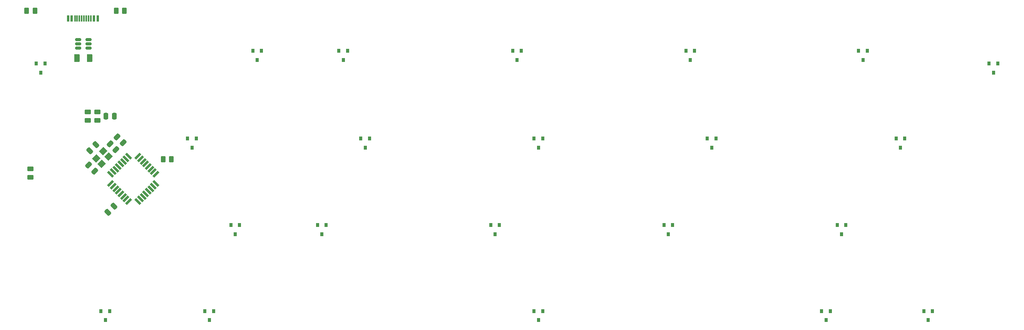
<source format=gbr>
%TF.GenerationSoftware,KiCad,Pcbnew,(6.0.1)*%
%TF.CreationDate,2022-03-03T09:55:52+01:00*%
%TF.ProjectId,bm42,626d3432-2e6b-4696-9361-645f70636258,rev?*%
%TF.SameCoordinates,Original*%
%TF.FileFunction,Paste,Bot*%
%TF.FilePolarity,Positive*%
%FSLAX46Y46*%
G04 Gerber Fmt 4.6, Leading zero omitted, Abs format (unit mm)*
G04 Created by KiCad (PCBNEW (6.0.1)) date 2022-03-03 09:55:52*
%MOMM*%
%LPD*%
G01*
G04 APERTURE LIST*
G04 Aperture macros list*
%AMRoundRect*
0 Rectangle with rounded corners*
0 $1 Rounding radius*
0 $2 $3 $4 $5 $6 $7 $8 $9 X,Y pos of 4 corners*
0 Add a 4 corners polygon primitive as box body*
4,1,4,$2,$3,$4,$5,$6,$7,$8,$9,$2,$3,0*
0 Add four circle primitives for the rounded corners*
1,1,$1+$1,$2,$3*
1,1,$1+$1,$4,$5*
1,1,$1+$1,$6,$7*
1,1,$1+$1,$8,$9*
0 Add four rect primitives between the rounded corners*
20,1,$1+$1,$2,$3,$4,$5,0*
20,1,$1+$1,$4,$5,$6,$7,0*
20,1,$1+$1,$6,$7,$8,$9,0*
20,1,$1+$1,$8,$9,$2,$3,0*%
%AMRotRect*
0 Rectangle, with rotation*
0 The origin of the aperture is its center*
0 $1 length*
0 $2 width*
0 $3 Rotation angle, in degrees counterclockwise*
0 Add horizontal line*
21,1,$1,$2,0,0,$3*%
G04 Aperture macros list end*
%ADD10RoundRect,0.250000X0.512652X0.159099X0.159099X0.512652X-0.512652X-0.159099X-0.159099X-0.512652X0*%
%ADD11RoundRect,0.250000X-0.262500X-0.450000X0.262500X-0.450000X0.262500X0.450000X-0.262500X0.450000X0*%
%ADD12RotRect,1.600000X0.550000X315.000000*%
%ADD13RotRect,1.600000X0.550000X225.000000*%
%ADD14R,0.800000X0.900000*%
%ADD15RoundRect,0.250000X0.262500X0.450000X-0.262500X0.450000X-0.262500X-0.450000X0.262500X-0.450000X0*%
%ADD16RoundRect,0.150000X0.512500X0.150000X-0.512500X0.150000X-0.512500X-0.150000X0.512500X-0.150000X0*%
%ADD17RotRect,1.400000X1.200000X45.000000*%
%ADD18RoundRect,0.250000X0.159099X-0.512652X0.512652X-0.159099X-0.159099X0.512652X-0.512652X0.159099X0*%
%ADD19RoundRect,0.250000X0.450000X-0.262500X0.450000X0.262500X-0.450000X0.262500X-0.450000X-0.262500X0*%
%ADD20RoundRect,0.250000X0.375000X0.625000X-0.375000X0.625000X-0.375000X-0.625000X0.375000X-0.625000X0*%
%ADD21RoundRect,0.250000X-0.450000X0.262500X-0.450000X-0.262500X0.450000X-0.262500X0.450000X0.262500X0*%
%ADD22RoundRect,0.250000X-0.159099X0.512652X-0.512652X0.159099X0.159099X-0.512652X0.512652X-0.159099X0*%
%ADD23RoundRect,0.250000X-0.250000X-0.475000X0.250000X-0.475000X0.250000X0.475000X-0.250000X0.475000X0*%
%ADD24R,0.600000X1.450000*%
%ADD25R,0.300000X1.450000*%
G04 APERTURE END LIST*
D10*
%TO.C,C2*%
X61080211Y-91782574D03*
X59736709Y-90439072D03*
%TD*%
D11*
%TO.C,R1*%
X39854500Y-62738000D03*
X41679500Y-62738000D03*
%TD*%
D12*
%TO.C,U1*%
X58299734Y-98699944D03*
X58865420Y-98134259D03*
X59431105Y-97568573D03*
X59996790Y-97002888D03*
X60562476Y-96437202D03*
X61128161Y-95871517D03*
X61693847Y-95305832D03*
X62259532Y-94740146D03*
D13*
X64310142Y-94740146D03*
X64875827Y-95305832D03*
X65441513Y-95871517D03*
X66007198Y-96437202D03*
X66572884Y-97002888D03*
X67138569Y-97568573D03*
X67704254Y-98134259D03*
X68269940Y-98699944D03*
D12*
X68269940Y-100750554D03*
X67704254Y-101316239D03*
X67138569Y-101881925D03*
X66572884Y-102447610D03*
X66007198Y-103013296D03*
X65441513Y-103578981D03*
X64875827Y-104144666D03*
X64310142Y-104710352D03*
D13*
X62259532Y-104710352D03*
X61693847Y-104144666D03*
X61128161Y-103578981D03*
X60562476Y-103013296D03*
X59996790Y-102447610D03*
X59431105Y-101881925D03*
X58865420Y-101316239D03*
X58299734Y-100750554D03*
%TD*%
D14*
%TO.C,D6*%
X223774000Y-73517000D03*
X222824000Y-71517000D03*
X224724000Y-71517000D03*
%TD*%
%TO.C,D19*%
X57150000Y-130794000D03*
X56200000Y-128794000D03*
X58100000Y-128794000D03*
%TD*%
%TO.C,D2*%
X90551000Y-73517000D03*
X89601000Y-71517000D03*
X91501000Y-71517000D03*
%TD*%
D10*
%TO.C,C3*%
X54806409Y-97980174D03*
X53462907Y-96636672D03*
%TD*%
D14*
%TO.C,D18*%
X219075000Y-111871000D03*
X218125000Y-109871000D03*
X220025000Y-109871000D03*
%TD*%
%TO.C,D11*%
X190500000Y-92821000D03*
X189550000Y-90821000D03*
X191450000Y-90821000D03*
%TD*%
%TO.C,D1*%
X42926000Y-76311000D03*
X41976000Y-74311000D03*
X43876000Y-74311000D03*
%TD*%
D15*
%TO.C,R5*%
X71676900Y-95402400D03*
X69851900Y-95402400D03*
%TD*%
D14*
%TO.C,D9*%
X114300000Y-92821000D03*
X113350000Y-90821000D03*
X115250000Y-90821000D03*
%TD*%
%TO.C,D23*%
X215646000Y-130794000D03*
X214696000Y-128794000D03*
X216596000Y-128794000D03*
%TD*%
%TO.C,D14*%
X85725000Y-111871000D03*
X84775000Y-109871000D03*
X86675000Y-109871000D03*
%TD*%
%TO.C,D15*%
X104775000Y-111871000D03*
X103825000Y-109871000D03*
X105725000Y-109871000D03*
%TD*%
%TO.C,D10*%
X152400000Y-92821000D03*
X151450000Y-90821000D03*
X153350000Y-90821000D03*
%TD*%
D16*
%TO.C,U2*%
X53410700Y-69052400D03*
X53410700Y-70002400D03*
X53410700Y-70952400D03*
X51135700Y-70952400D03*
X51135700Y-70002400D03*
X51135700Y-69052400D03*
%TD*%
D14*
%TO.C,D24*%
X238125000Y-130794000D03*
X237175000Y-128794000D03*
X239075000Y-128794000D03*
%TD*%
%TO.C,D8*%
X76200000Y-92821000D03*
X75250000Y-90821000D03*
X77150000Y-90821000D03*
%TD*%
D17*
%TO.C,X1*%
X55110742Y-95172777D03*
X56666377Y-93617142D03*
X57868458Y-94819223D03*
X56312823Y-96374858D03*
%TD*%
D18*
%TO.C,C4*%
X53723086Y-93488200D03*
X55066588Y-92144698D03*
%TD*%
D14*
%TO.C,D17*%
X180975000Y-111871000D03*
X180025000Y-109871000D03*
X181925000Y-109871000D03*
%TD*%
%TO.C,D16*%
X142875000Y-111871000D03*
X141925000Y-109871000D03*
X143825000Y-109871000D03*
%TD*%
%TO.C,D3*%
X109474000Y-73533000D03*
X108524000Y-71533000D03*
X110424000Y-71533000D03*
%TD*%
D19*
%TO.C,R6*%
X40640000Y-99362900D03*
X40640000Y-97537900D03*
%TD*%
D20*
%TO.C,F1*%
X53724000Y-73152000D03*
X50924000Y-73152000D03*
%TD*%
D14*
%TO.C,D12*%
X232029000Y-92821000D03*
X231079000Y-90821000D03*
X232979000Y-90821000D03*
%TD*%
D21*
%TO.C,R3*%
X53289200Y-84990300D03*
X53289200Y-86815300D03*
%TD*%
D22*
%TO.C,C6*%
X59040951Y-105703449D03*
X57697449Y-107046951D03*
%TD*%
D10*
%TO.C,C5*%
X59505409Y-93306574D03*
X58161907Y-91963072D03*
%TD*%
D23*
%TO.C,C1*%
X57266800Y-85902800D03*
X59166800Y-85902800D03*
%TD*%
D21*
%TO.C,R4*%
X55422800Y-84990300D03*
X55422800Y-86815300D03*
%TD*%
D14*
%TO.C,D20*%
X80010000Y-130794000D03*
X79060000Y-128794000D03*
X80960000Y-128794000D03*
%TD*%
D15*
%TO.C,R2*%
X61364500Y-62738000D03*
X59539500Y-62738000D03*
%TD*%
D14*
%TO.C,D4*%
X147701000Y-73517000D03*
X146751000Y-71517000D03*
X148651000Y-71517000D03*
%TD*%
%TO.C,D5*%
X185801000Y-73517000D03*
X184851000Y-71517000D03*
X186751000Y-71517000D03*
%TD*%
D24*
%TO.C,USB1*%
X48947000Y-64370000D03*
X49747000Y-64370000D03*
D25*
X50947000Y-64370000D03*
X51947000Y-64370000D03*
X52447000Y-64370000D03*
X53447000Y-64370000D03*
D24*
X54647000Y-64370000D03*
X55447000Y-64370000D03*
X55447000Y-64370000D03*
X54647000Y-64370000D03*
D25*
X53947000Y-64370000D03*
X52947000Y-64370000D03*
X51447000Y-64370000D03*
X50447000Y-64370000D03*
D24*
X49747000Y-64370000D03*
X48947000Y-64370000D03*
%TD*%
D14*
%TO.C,D22*%
X152400000Y-130794000D03*
X151450000Y-128794000D03*
X153350000Y-128794000D03*
%TD*%
%TO.C,D25*%
X252476000Y-76327000D03*
X251526000Y-74327000D03*
X253426000Y-74327000D03*
%TD*%
M02*

</source>
